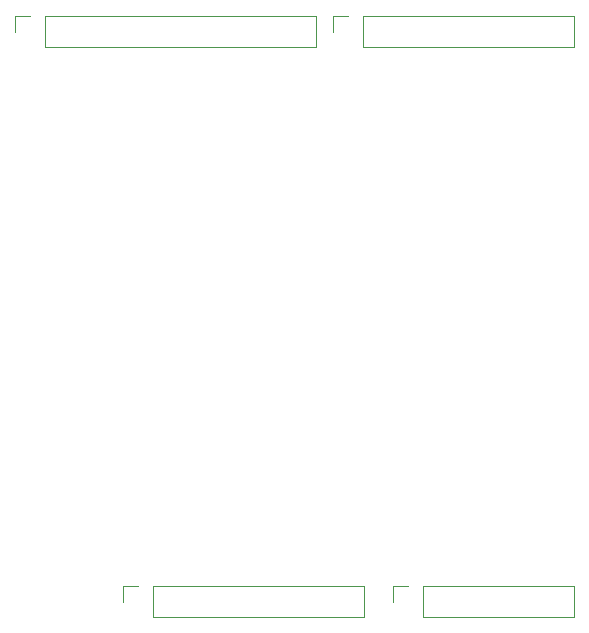
<source format=gbr>
%TF.GenerationSoftware,KiCad,Pcbnew,8.0.1*%
%TF.CreationDate,2024-05-26T13:05:02+02:00*%
%TF.ProjectId,24Ghz_RADAR,32344768-7a5f-4524-9144-41522e6b6963,2.0*%
%TF.SameCoordinates,Original*%
%TF.FileFunction,Legend,Bot*%
%TF.FilePolarity,Positive*%
%FSLAX46Y46*%
G04 Gerber Fmt 4.6, Leading zero omitted, Abs format (unit mm)*
G04 Created by KiCad (PCBNEW 8.0.1) date 2024-05-26 13:05:02*
%MOMM*%
%LPD*%
G01*
G04 APERTURE LIST*
%ADD10C,0.120000*%
G04 APERTURE END LIST*
D10*
%TO.C,J1*%
X126610000Y-96130000D02*
X127940000Y-96130000D01*
X126610000Y-97460000D02*
X126610000Y-96130000D01*
X129210000Y-98790000D02*
X129210000Y-96130000D01*
X147050000Y-96130000D02*
X129210000Y-96130000D01*
X147050000Y-98790000D02*
X129210000Y-98790000D01*
X147050000Y-98790000D02*
X147050000Y-96130000D01*
%TO.C,J3*%
X149470000Y-96130000D02*
X150800000Y-96130000D01*
X149470000Y-97460000D02*
X149470000Y-96130000D01*
X152070000Y-98790000D02*
X152070000Y-96130000D01*
X164830000Y-96130000D02*
X152070000Y-96130000D01*
X164830000Y-98790000D02*
X152070000Y-98790000D01*
X164830000Y-98790000D02*
X164830000Y-96130000D01*
%TO.C,J2*%
X117466000Y-47870000D02*
X118796000Y-47870000D01*
X117466000Y-49200000D02*
X117466000Y-47870000D01*
X120066000Y-50530000D02*
X120066000Y-47870000D01*
X142986000Y-47870000D02*
X120066000Y-47870000D01*
X142986000Y-50530000D02*
X120066000Y-50530000D01*
X142986000Y-50530000D02*
X142986000Y-47870000D01*
%TO.C,J4*%
X144390000Y-47870000D02*
X145720000Y-47870000D01*
X144390000Y-49200000D02*
X144390000Y-47870000D01*
X146990000Y-50530000D02*
X146990000Y-47870000D01*
X164830000Y-47870000D02*
X146990000Y-47870000D01*
X164830000Y-50530000D02*
X146990000Y-50530000D01*
X164830000Y-50530000D02*
X164830000Y-47870000D01*
%TD*%
M02*

</source>
